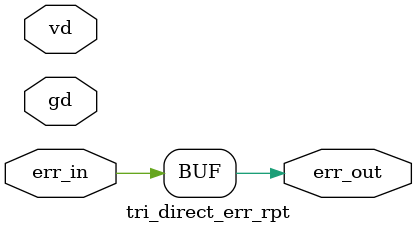
<source format=v>

`timescale 1 ns / 1 ns


module tri_direct_err_rpt(
   vd,
   gd,
   err_in,
   err_out
);
   parameter          WIDTH = 1;		// use to bundle error reporting checkers of the same exact type
   inout              vd;
   inout              gd;

   input [0:WIDTH-1]  err_in;
   output [0:WIDTH-1] err_out;

   // tri_direct_err_rpt

    (* analysis_not_referenced="true" *)
   wire               unused;

   assign unused = vd | gd;

   assign err_out = err_in;
endmodule

</source>
